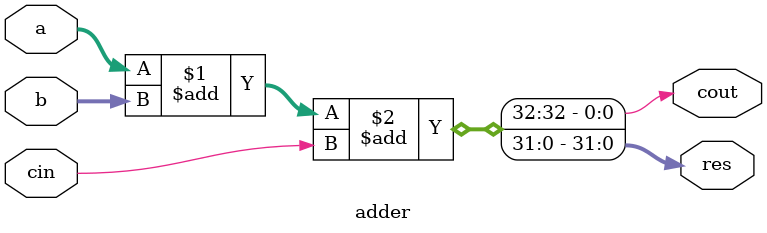
<source format=v>
`timescale 1ns / 1ps
module adder #(
    parameter WIDTH = 32
) (
    input [WIDTH-1:0] a,
    input [WIDTH-1:0] b,
    input cin,
    output [WIDTH-1:0] res,
    output cout
);
  assign {cout, res} = a + b + cin;
endmodule

</source>
